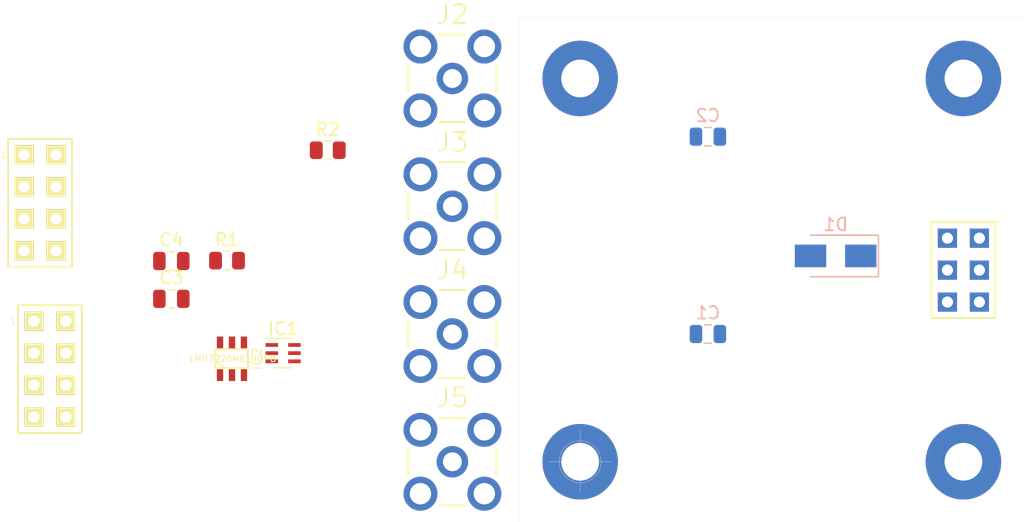
<source format=kicad_pcb>
(kicad_pcb (version 20211014) (generator pcbnew)
  (layers (0 "F.Cu" signal) (31 "B.Cu" signal) (34 "B.Paste" user) (35 "F.Paste" user) (36 "B.SilkS" user "B.Silkscreen") (37 "F.SilkS" user "F.Silkscreen") (38 "B.Mask" user) (39 "F.Mask" user) (44 "Edge.Cuts" user))
  (net 0 "")
  (net 1 "+3V3")
  (net 2 "GND")
  (net 3 "/IN+_TLV")
  (net 4 "/IN-_TLV")
  (net 5 "/IN+_LMH")
  (net 6 "/IN-_LMH")
  (net 7 "/OUT+_TLV")
  (net 8 "/OUT-_TLV")
  (net 9 "/OUT+_LMH")
  (net 10 "/OUT-_LMH")
  (footprint "Mlab_Pin_Headers:Straight_2x04" (layer "F.Cu") (at 69.596 104.394)
    (fp_text reference "J6" hide)
    (fp_text value "HEADER_2x04_PARALLEL" hide)
    (fp_text user "1" (at -2.921 -3.81) (layer "F.SilkS") (effects (font (size 0.5 0.5) (thickness 0.05))))
    (fp_line (start 2.54 5.08) (end -2.54 5.08) (layer "F.SilkS") (width 0.15))
    (fp_line (start 2.54 -5.08) (end 2.54 5.08) (layer "F.SilkS") (width 0.15))
    (fp_line (start -2.54 5.08) (end -2.54 -5.08) (layer "F.SilkS") (width 0.15))
    (fp_line (start -2.54 -5.08) (end 2.54 -5.08) (layer "F.SilkS") (width 0.15))
    (pad "1" thru_hole rect (at -1.27 -3.81) (size 1.524 1.524) (drill 0.889) (layers *.Cu *.Mask "F.SilkS") (net 2 "GND"))
    (pad "2" thru_hole rect (at 1.27 -3.81) (size 1.524 1.524) (drill 0.889) (layers *.Cu *.Mask "F.SilkS") (net 2 "GND"))
    (pad "3" thru_hole rect (at -1.27 -1.27) (size 1.524 1.524) (drill 0.889) (layers *.Cu *.Mask "F.SilkS") (net 7 "/OUT+_TLV"))
    (pad "4" thru_hole rect (at 1.27 -1.27) (size 1.524 1.524) (drill 0.889) (layers *.Cu *.Mask "F.SilkS") (net 7 "/OUT+_TLV"))
    (pad "5" thru_hole rect (at -1.27 1.27) (size 1.524 1.524) (drill 0.889) (layers *.Cu *.Mask "F.SilkS") (net 8 "/OUT-_TLV"))
    (pad "6" thru_hole rect (at 1.27 1.27) (size 1.524 1.524) (drill 0.889) (layers *.Cu *.Mask "F.SilkS") (net 8 "/OUT-_TLV"))
    (pad "7" thru_hole rect (at -1.27 3.81) (size 1.524 1.524) (drill 0.889) (layers *.Cu *.Mask "F.SilkS") (net 2 "GND"))
    (pad "8" thru_hole rect (at 1.27 3.81) (size 1.524 1.524) (drill 0.889) (layers *.Cu *.Mask "F.SilkS") (net 2 "GND"))
  )
  (footprint "Mlab_Mechanical:MountingHole_3mm" (layer "F.Cu") (at 111.76 81.28)
    (fp_text reference "M2" hide)
    (fp_text value "HOLE M3" hide)
    (pad "1" thru_hole circle (at 0 0) (size 6 6) (drill 3) (layers *.Cu *.Mask) (net 2 "GND") (clearance 1))
  )
  (footprint "Mlab_Mechanical:MountingHole_3mm" (layer "F.Cu") (at 142.24 111.76)
    (fp_text reference "M4" hide)
    (fp_text value "HOLE" hide)
    (pad "1" thru_hole circle (at 0 0) (size 6 6) (drill 3) (layers *.Cu *.Mask) (net 2 "GND") (clearance 1))
  )
  (footprint "Capacitor_SMD:C_0805_2012Metric" (layer "F.Cu") (at 79.248 95.796)
    (fp_text reference "C4" (at 0 -1.68) (layer "F.SilkS"))
    (fp_text value "100nF")
    (fp_line (start -0.261252 -0.735) (end 0.261252 -0.735) (layer "F.SilkS") (width 0.12))
    (fp_line (start -0.261252 0.735) (end 0.261252 0.735) (layer "F.SilkS") (width 0.12))
    (pad "1" smd roundrect (at -0.95 0) (size 1 1.45) (layers "F.Cu" "F.Paste" "F.Mask") (net 1 "+3V3"))
    (pad "2" smd roundrect (at 0.95 0) (size 1 1.45) (layers "F.Cu" "F.Paste" "F.Mask") (net 2 "GND"))
  )
  (footprint "Mlab_Pin_Headers:Straight_2x04" (layer "F.Cu") (at 68.808 91.166)
    (fp_text reference "J7" hide)
    (fp_text value "HEADER_2x04_PARALLEL" hide)
    (fp_text user "1" (at -2.921 -3.81) (layer "F.SilkS") (effects (font (size 0.5 0.5) (thickness 0.05))))
    (fp_line (start 2.54 -5.08) (end 2.54 5.08) (layer "F.SilkS") (width 0.15))
    (fp_line (start 2.54 5.08) (end -2.54 5.08) (layer "F.SilkS") (width 0.15))
    (fp_line (start -2.54 5.08) (end -2.54 -5.08) (layer "F.SilkS") (width 0.15))
    (fp_line (start -2.54 -5.08) (end 2.54 -5.08) (layer "F.SilkS") (width 0.15))
    (pad "1" thru_hole rect (at -1.27 -3.81) (size 1.524 1.524) (drill 0.889) (layers *.Cu *.Mask "F.SilkS") (net 2 "GND"))
    (pad "2" thru_hole rect (at 1.27 -3.81) (size 1.524 1.524) (drill 0.889) (layers *.Cu *.Mask "F.SilkS") (net 2 "GND"))
    (pad "3" thru_hole rect (at -1.27 -1.27) (size 1.524 1.524) (drill 0.889) (layers *.Cu *.Mask "F.SilkS") (net 9 "/OUT+_LMH"))
    (pad "4" thru_hole rect (at 1.27 -1.27) (size 1.524 1.524) (drill 0.889) (layers *.Cu *.Mask "F.SilkS") (net 9 "/OUT+_LMH"))
    (pad "5" thru_hole rect (at -1.27 1.27) (size 1.524 1.524) (drill 0.889) (layers *.Cu *.Mask "F.SilkS") (net 10 "/OUT-_LMH"))
    (pad "6" thru_hole rect (at 1.27 1.27) (size 1.524 1.524) (drill 0.889) (layers *.Cu *.Mask "F.SilkS") (net 10 "/OUT-_LMH"))
    (pad "7" thru_hole rect (at -1.27 3.81) (size 1.524 1.524) (drill 0.889) (layers *.Cu *.Mask "F.SilkS") (net 2 "GND"))
    (pad "8" thru_hole rect (at 1.27 3.81) (size 1.524 1.524) (drill 0.889) (layers *.Cu *.Mask "F.SilkS") (net 2 "GND"))
  )
  (footprint "Mlab_CON:SMA6251A13G50" (layer "F.Cu") (at 101.6 81.28)
    (fp_text reference "J2" (at 0 -5.1) (layer "F.SilkS") (effects (font (size 1.5 1.5))))
    (fp_text value "Conn_Coaxial" hide)
    (fp_line (start 3.5 1.016) (end 3.5 -1.016) (layer "F.SilkS") (width 0.15))
    (fp_line (start -3.5 -1.016) (end -3.5 1.016) (layer "F.SilkS") (width 0.15))
    (fp_line (start 1.016 -3.5) (end -1.016 -3.5) (layer "F.SilkS") (width 0.15))
    (fp_line (start -1.016 3.4746) (end 1.016 3.4746) (layer "F.SilkS") (width 0.15))
    (pad "1" thru_hole circle locked (at 0 0 180) (size 2.5 2.5) (drill 1.5) (layers *.Cu *.Mask) (net 3 "/IN+_TLV"))
    (pad "2" thru_hole circle locked (at -2.54 2.54 180) (size 2.7 2.7) (drill 1.7) (layers *.Cu *.Mask) (net 2 "GND"))
    (pad "2" thru_hole circle locked (at 2.54 2.54 180) (size 2.7 2.7) (drill 1.7) (layers *.Cu *.Mask) (net 2 "GND"))
    (pad "2" thru_hole circle locked (at 2.54 -2.54 180) (size 2.7 2.7) (drill 1.7) (layers *.Cu *.Mask) (net 2 "GND"))
    (pad "2" thru_hole circle locked (at -2.54 -2.54 180) (size 2.7 2.7) (drill 1.7) (layers *.Cu *.Mask) (net 2 "GND"))
  )
  (footprint "Mlab_Pin_Headers:Straight_2x03" (layer "F.Cu") (at 142.24 96.52 180)
    (fp_text reference "J1" hide)
    (fp_text value "Umin ... Umax" hide)
    (fp_line (start -2.54 3.81) (end -2.54 -3.81) (layer "F.SilkS") (width 0.15))
    (fp_line (start 2.54 -3.81) (end 2.54 3.81) (layer "F.SilkS") (width 0.15))
    (fp_line (start 2.54 3.81) (end -2.54 3.81) (layer "F.SilkS") (width 0.15))
    (fp_line (start -2.54 -3.81) (end 2.54 -3.81) (layer "F.SilkS") (width 0.15))
    (pad "1" thru_hole rect (at -1.27 -2.54 180) (size 1.524 1.524) (drill 0.889) (layers *.Cu *.Mask) (net 2 "GND"))
    (pad "2" thru_hole rect (at 1.27 -2.54 180) (size 1.524 1.524) (drill 0.889) (layers *.Cu *.Mask) (net 2 "GND"))
    (pad "3" thru_hole rect (at -1.27 0 180) (size 1.524 1.524) (drill 0.889) (layers *.Cu *.Mask) (net 1 "+3V3"))
    (pad "4" thru_hole rect (at 1.27 0 180) (size 1.524 1.524) (drill 0.889) (layers *.Cu *.Mask) (net 1 "+3V3"))
    (pad "5" thru_hole rect (at -1.27 2.54 180) (size 1.524 1.524) (drill 0.889) (layers *.Cu *.Mask) (net 2 "GND"))
    (pad "6" thru_hole rect (at 1.27 2.54 180) (size 1.524 1.524) (drill 0.889) (layers *.Cu *.Mask) (net 2 "GND"))
  )
  (footprint "Mlab_CON:SMA6251A13G50" (layer "F.Cu") (at 101.6 101.6)
    (fp_text reference "J4" (at 0 -5.1) (layer "F.SilkS") (effects (font (size 1.5 1.5))))
    (fp_text value "Conn_Coaxial" hide)
    (fp_line (start 1.016 -3.5) (end -1.016 -3.5) (layer "F.SilkS") (width 0.15))
    (fp_line (start -1.016 3.4746) (end 1.016 3.4746) (layer "F.SilkS") (width 0.15))
    (fp_line (start 3.5 1.016) (end 3.5 -1.016) (layer "F.SilkS") (width 0.15))
    (fp_line (start -3.5 -1.016) (end -3.5 1.016) (layer "F.SilkS") (width 0.15))
    (pad "1" thru_hole circle locked (at 0 0 180) (size 2.5 2.5) (drill 1.5) (layers *.Cu *.Mask) (net 5 "/IN+_LMH"))
    (pad "2" thru_hole circle locked (at -2.54 -2.54 180) (size 2.7 2.7) (drill 1.7) (layers *.Cu *.Mask) (net 2 "GND"))
    (pad "2" thru_hole circle locked (at 2.54 -2.54 180) (size 2.7 2.7) (drill 1.7) (layers *.Cu *.Mask) (net 2 "GND"))
    (pad "2" thru_hole circle locked (at 2.54 2.54 180) (size 2.7 2.7) (drill 1.7) (layers *.Cu *.Mask) (net 2 "GND"))
    (pad "2" thru_hole circle locked (at -2.54 2.54 180) (size 2.7 2.7) (drill 1.7) (layers *.Cu *.Mask) (net 2 "GND"))
  )
  (footprint "Capacitor_SMD:C_0805_2012Metric" (layer "F.Cu") (at 79.248 98.806)
    (fp_text reference "C3" (at 0 -1.68) (layer "F.SilkS"))
    (fp_text value "100nF")
    (fp_line (start -0.261252 -0.735) (end 0.261252 -0.735) (layer "F.SilkS") (width 0.12))
    (fp_line (start -0.261252 0.735) (end 0.261252 0.735) (layer "F.SilkS") (width 0.12))
    (pad "1" smd roundrect (at -0.95 0) (size 1 1.45) (layers "F.Cu" "F.Paste" "F.Mask") (net 1 "+3V3"))
    (pad "2" smd roundrect (at 0.95 0) (size 1 1.45) (layers "F.Cu" "F.Paste" "F.Mask") (net 2 "GND"))
  )
  (footprint "Mlab_Mechanical:MountingHole_3mm" (layer "F.Cu") (at 111.76 111.76)
    (fp_text reference "M3" hide)
    (fp_text value "HOLE" hide)
    (pad "1" thru_hole circle (at 0 0) (size 6 6) (drill 3) (layers *.Cu *.Mask) (net 2 "GND") (clearance 1))
  )
  (footprint "Resistor_SMD:R_0805_2012Metric" (layer "F.Cu") (at 91.688 86.986)
    (fp_text reference "R2" (at 0 -1.65) (layer "F.SilkS"))
    (fp_text value "DNF")
    (fp_line (start -0.227064 0.735) (end 0.227064 0.735) (layer "F.SilkS") (width 0.12))
    (fp_line (start -0.227064 -0.735) (end 0.227064 -0.735) (layer "F.SilkS") (width 0.12))
    (pad "1" smd roundrect (at -0.9125 0) (size 1.025 1.4) (layers "F.Cu" "F.Paste" "F.Mask") (roundrect_rratio 0.243902) (net 9 "/OUT+_LMH"))
    (pad "2" smd roundrect (at 0.9125 0) (size 1.025 1.4) (layers "F.Cu" "F.Paste" "F.Mask") (roundrect_rratio 0.243902) (net 10 "/OUT-_LMH"))
  )
  (footprint "Mlab_Mechanical:MountingHole_3mm" (layer "F.Cu") (at 142.24 81.28)
    (fp_text reference "M1" hide)
    (fp_text value "HOLE M3" hide)
    (pad "1" thru_hole circle (at 0 0) (size 6 6) (drill 3) (layers *.Cu *.Mask) (net 2 "GND") (clearance 1))
  )
  (footprint "Mlab_CON:SMA6251A13G50" (layer "F.Cu") (at 101.6 111.76)
    (fp_text reference "J5" (at 0 -5.1) (layer "F.SilkS") (effects (font (size 1.5 1.5))))
    (fp_text value "Conn_Coaxial" hide)
    (fp_line (start -3.5 -1.016) (end -3.5 1.016) (layer "F.SilkS") (width 0.15))
    (fp_line (start -1.016 3.4746) (end 1.016 3.4746) (layer "F.SilkS") (width 0.15))
    (fp_line (start 1.016 -3.5) (end -1.016 -3.5) (layer "F.SilkS") (width 0.15))
    (fp_line (start 3.5 1.016) (end 3.5 -1.016) (layer "F.SilkS") (width 0.15))
    (pad "1" thru_hole circle locked (at 0 0 180) (size 2.5 2.5) (drill 1.5) (layers *.Cu *.Mask) (net 6 "/IN-_LMH"))
    (pad "2" thru_hole circle locked (at 2.54 -2.54 180) (size 2.7 2.7) (drill 1.7) (layers *.Cu *.Mask) (net 2 "GND"))
    (pad "2" thru_hole circle locked (at 2.54 2.54 180) (size 2.7 2.7) (drill 1.7) (layers *.Cu *.Mask) (net 2 "GND"))
    (pad "2" thru_hole circle locked (at -2.54 -2.54 180) (size 2.7 2.7) (drill 1.7) (layers *.Cu *.Mask) (net 2 "GND"))
    (pad "2" thru_hole circle locked (at -2.54 2.54 180) (size 2.7 2.7) (drill 1.7) (layers *.Cu *.Mask) (net 2 "GND"))
  )
  (footprint "Mlab_CON:SMA6251A13G50" (layer "F.Cu") (at 101.6 91.44)
    (fp_text reference "J3" (at 0 -5.1) (layer "F.SilkS") (effects (font (size 1.5 1.5))))
    (fp_text value "Conn_Coaxial" hide)
    (fp_line (start -3.5 -1.016) (end -3.5 1.016) (layer "F.SilkS") (width 0.15))
    (fp_line (start -1.016 3.4746) (end 1.016 3.4746) (layer "F.SilkS") (width 0.15))
    (fp_line (start 1.016 -3.5) (end -1.016 -3.5) (layer "F.SilkS") (width 0.15))
    (fp_line (start 3.5 1.016) (end 3.5 -1.016) (layer "F.SilkS") (width 0.15))
    (pad "1" thru_hole circle locked (at 0 0 180) (size 2.5 2.5) (drill 1.5) (layers *.Cu *.Mask) (net 4 "/IN-_TLV"))
    (pad "2" thru_hole circle locked (at -2.54 2.54 180) (size 2.7 2.7) (drill 1.7) (layers *.Cu *.Mask) (net 2 "GND"))
    (pad "2" thru_hole circle locked (at -2.54 -2.54 180) (size 2.7 2.7) (drill 1.7) (layers *.Cu *.Mask) (net 2 "GND"))
    (pad "2" thru_hole circle locked (at 2.54 -2.54 180) (size 2.7 2.7) (drill 1.7) (layers *.Cu *.Mask) (net 2 "GND"))
    (pad "2" thru_hole circle locked (at 2.54 2.54 180) (size 2.7 2.7) (drill 1.7) (layers *.Cu *.Mask) (net 2 "GND"))
  )
  (footprint "Mlab_IO:SOT-23-6" (layer "F.Cu") (at 84.0715 103.56938)
    (fp_text reference "IC2" (at 1.99898 0 90) (layer "F.SilkS") (effects (font (size 0.762 0.762) (thickness 0.0762))))
    (fp_text value "LMH7220MK_NOPB" (at 0.0635 0) (layer "F.SilkS") (effects (font (size 0.50038 0.50038) (thickness 0.0762))))
    (fp_line (start 1.27 0.762) (end -1.3335 0.762) (layer "F.SilkS") (width 0.15))
    (fp_line (start 1.27 -0.762) (end 1.27 0.762) (layer "F.SilkS") (width 0.15))
    (fp_line (start -1.3335 0.762) (end -1.3335 -0.762) (layer "F.SilkS") (width 0.15))
    (fp_line (start -0.508 0.762) (end -1.27 0.254) (layer "F.SilkS") (width 0.15))
    (fp_line (start -1.3335 -0.762) (end 1.27 -0.762) (layer "F.SilkS") (width 0.15))
    (pad "1" smd rect locked (at -0.9525 1.27) (size 0.5 1.00076) (layers "F.Cu" "F.Paste" "F.Mask") (net 6 "/IN-_LMH"))
    (pad "2" smd rect locked (at 0 1.27) (size 0.5 1.00076) (layers "F.Cu" "F.Paste" "F.Mask") (net 2 "GND"))
    (pad "3" smd rect locked (at 0.9525 1.27) (size 0.5 1.00076) (layers "F.Cu" "F.Paste" "F.Mask") (net 10 "/OUT-_LMH"))
    (pad "4" smd rect locked (at 0.9525 -1.27) (size 0.50104 1.00076) (layers "F.Cu" "F.Paste" "F.Mask") (net 9 "/OUT+_LMH"))
    (pad "5" smd rect locked (at 0 -1.27) (size 0.5 1.00076) (layers "F.Cu" "F.Paste" "F.Mask") (net 1 "+3V3"))
    (pad "6" smd rect locked (at -0.9525 -1.27) (size 0.5 1.00076) (layers "F.Cu" "F.Paste" "F.Mask") (net 5 "/IN+_LMH"))
  )
  (footprint "Mlab_IO:SC-70-6" (layer "F.Cu") (at 88.138 103.124)
    (fp_text reference "IC1" (at 0 -1.95) (layer "F.SilkS"))
    (fp_text value "TLV3604DCKR")
    (fp_line (start -0.675 1.16) (end 0.735 1.16) (layer "F.SilkS") (width 0.12))
    (fp_line (start 0.735 -1.16) (end -1.35 -1.16) (layer "F.SilkS") (width 0.12))
    (pad "1" smd rect locked (at -0.9 -0.65 270) (size 0.3 1) (layers "F.Cu" "F.Paste" "F.Mask") (net 7 "/OUT+_TLV"))
    (pad "2" smd rect locked (at -0.9 0 270) (size 0.3 1) (layers "F.Cu" "F.Paste" "F.Mask") (net 2 "GND"))
    (pad "3" smd rect locked (at -0.9 0.65 270) (size 0.3 1) (layers "F.Cu" "F.Paste" "F.Mask") (net 3 "/IN+_TLV"))
    (pad "4" smd rect locked (at 0.9 0.65 270) (size 0.3 1) (layers "F.Cu" "F.Paste" "F.Mask") (net 4 "/IN-_TLV"))
    (pad "5" smd rect locked (at 0.9 0 270) (size 0.3 1) (layers "F.Cu" "F.Paste" "F.Mask") (net 1 "+3V3"))
    (pad "6" smd rect locked (at 0.9 -0.65 270) (size 0.3 1) (layers "F.Cu" "F.Paste" "F.Mask") (net 8 "/OUT-_TLV"))
  )
  (footprint "Resistor_SMD:R_0805_2012Metric" (layer "F.Cu") (at 83.678 95.766)
    (fp_text reference "R1" (at 0 -1.65) (layer "F.SilkS"))
    (fp_text value "DNF")
    (fp_line (start -0.227064 -0.735) (end 0.227064 -0.735) (layer "F.SilkS") (width 0.12))
    (fp_line (start -0.227064 0.735) (end 0.227064 0.735) (layer "F.SilkS") (width 0.12))
    (pad "1" smd roundrect (at -0.9125 0) (size 1.025 1.4) (layers "F.Cu" "F.Paste" "F.Mask") (roundrect_rratio 0.243902) (net 7 "/OUT+_TLV"))
    (pad "2" smd roundrect (at 0.9125 0) (size 1.025 1.4) (layers "F.Cu" "F.Paste" "F.Mask") (roundrect_rratio 0.243902) (net 8 "/OUT-_TLV"))
  )
  (footprint "Capacitor_SMD:C_0805_2012Metric" (layer "B.Cu") (at 121.92 101.6 180)
    (fp_text reference "C1" (at 0 1.68) (layer "B.SilkS") (effects (justify mirror)))
    (fp_text value "10uF")
    (fp_line (start -0.261252 -0.735) (end 0.261252 -0.735) (layer "B.SilkS") (width 0.12))
    (fp_line (start -0.261252 0.735) (end 0.261252 0.735) (layer "B.SilkS") (width 0.12))
    (pad "1" smd roundrect (at -0.95 0 180) (size 1 1.45) (layers "B.Cu" "B.Paste" "B.Mask") (net 1 "+3V3"))
    (pad "2" smd roundrect (at 0.95 0 180) (size 1 1.45) (layers "B.Cu" "B.Paste" "B.Mask") (net 2 "GND"))
  )
  (footprint "Diode_SMD:D_SMA" (layer "B.Cu") (at 132.08 95.39214 180)
    (fp_text reference "D1" (at 0 2.5) (layer "B.SilkS") (effects (justify mirror)))
    (fp_text value "BZV55C-5,6V")
    (fp_line (start -3.4 1.65) (end -3.4 -1.65) (layer "B.SilkS") (width 0.12))
    (fp_line (start -3.4 1.65) (end 2 1.65) (layer "B.SilkS") (width 0.12))
    (fp_line (start -3.4 -1.65) (end 2 -1.65) (layer "B.SilkS") (width 0.12))
    (pad "1" smd rect (at -2 0 180) (size 2.5 1.8) (layers "B.Cu" "B.Paste" "B.Mask") (net 1 "+3V3"))
    (pad "2" smd rect (at 2 0 180) (size 2.5 1.8) (layers "B.Cu" "B.Paste" "B.Mask") (net 2 "GND"))
  )
  (footprint "Capacitor_SMD:C_0805_2012Metric" (layer "B.Cu") (at 121.92 85.91 180)
    (fp_text reference "C2" (at 0 1.68) (layer "B.SilkS") (effects (justify mirror)))
    (fp_text value "100nF")
    (fp_line (start -0.261252 -0.735) (end 0.261252 -0.735) (layer "B.SilkS") (width 0.12))
    (fp_line (start -0.261252 0.735) (end 0.261252 0.735) (layer "B.SilkS") (width 0.12))
    (pad "1" smd roundrect (at -0.95 0 180) (size 1 1.45) (layers "B.Cu" "B.Paste" "B.Mask") (net 1 "+3V3"))
    (pad "2" smd roundrect (at 0.95 0 180) (size 1 1.45) (layers "B.Cu" "B.Paste" "B.Mask") (net 2 "GND"))
  )
  (gr_line (start 147.066 116.586) (end 147.066 76.454) (layer "Edge.Cuts") (width 0.0127))
  (gr_line (start 106.934 76.454) (end 106.934 116.586) (layer "Edge.Cuts") (width 0.0127))
  (gr_line (start 106.934 116.586) (end 147.066 116.586) (layer "Edge.Cuts") (width 0.0127))
  (gr_line (start 147.066 76.454) (end 106.934 76.454) (layer "Edge.Cuts") (width 0.0127))
  (target plus (at 111.76 111.76) (size 5) (width 0.0127) (layer "Edge.Cuts"))
  (target plus (at 111.76 111.76) (size 5) (width 0.0127) (layer "Edge.Cuts"))
  (target plus (at 111.76 111.76) (size 5) (width 0.0127) (layer "Edge.Cuts"))
)
</source>
